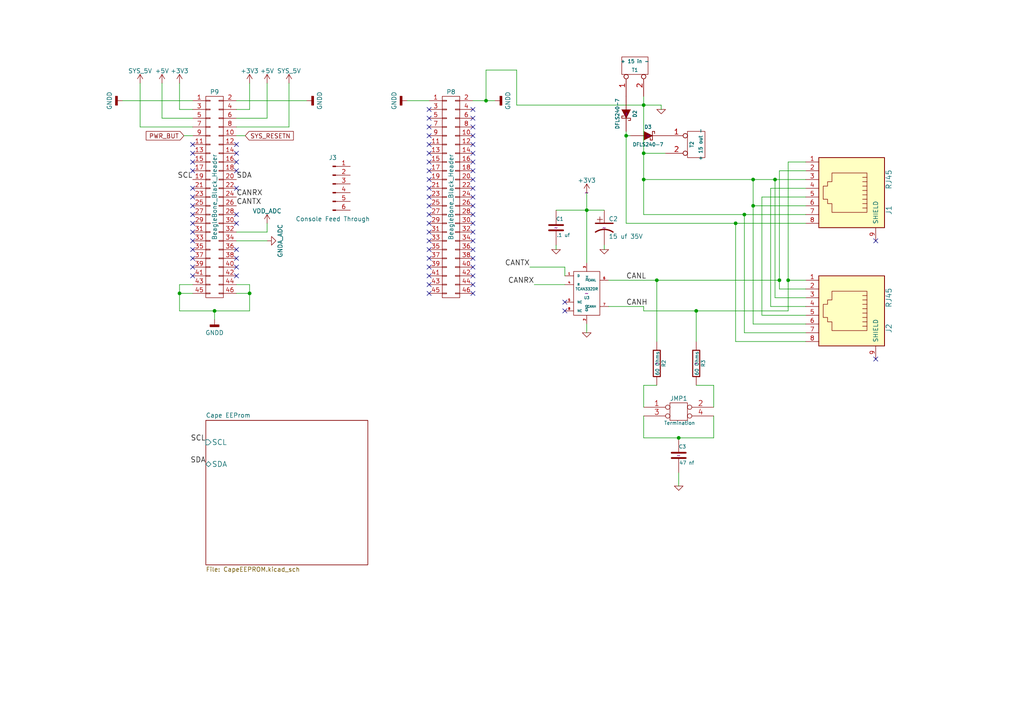
<source format=kicad_sch>
(kicad_sch (version 20211123) (generator eeschema)
  (paper "A4")
  (title_block (date "3 mar 2019"))
  (lib_symbols
    (symbol "LCCCANCape-rescue:+3V3" (power) (pin_names (offset 0))
      (property "Value" "+3V3" (at 0 3.556 0))
      (symbol "+3V3_0_1"
        (polyline (pts (xy -0.762 1.27) (xy 0 2.54)))
        (polyline (pts (xy 0 0) (xy 0 2.54)))
        (polyline (pts (xy 0 2.54) (xy 0.762 1.27)))
      )
      (symbol "+3V3_1_1"
        (pin power_in line (at 0 0 90) (length 0) hide (name "+3V3") (number "1"))
      )
    )
    (symbol "LCCCANCape-rescue:+5V" (power) (pin_names (offset 0))
      (property "Value" "+5V" (at 0 3.556 0))
      (symbol "+5V_0_1"
        (polyline (pts (xy -0.762 1.27) (xy 0 2.54)))
        (polyline (pts (xy 0 0) (xy 0 2.54)))
        (polyline (pts (xy 0 2.54) (xy 0.762 1.27)))
      )
      (symbol "+5V_1_1"
        (pin power_in line (at 0 0 90) (length 0) hide (name "+5V") (number "1"))
      )
    )
    (symbol "LCCCANCape-rescue:BeagleBone_Black_Header" (pin_names (offset 0.0254) hide)
      (property "Reference" "P" (at 0 30.48 0))
      (property "Value" "BeagleBone_Black_Header" (at 0 0 90))
      (symbol "BeagleBone_Black_Header_0_1"
        (rectangle (start -2.54 -27.813) (end -1.27 -28.067))
        (rectangle (start -2.54 -25.273) (end -1.27 -25.527))
        (rectangle (start -2.54 -22.733) (end -1.27 -22.987))
        (rectangle (start -2.54 -20.193) (end -1.27 -20.447))
        (rectangle (start -2.54 -17.653) (end -1.27 -17.907))
        (rectangle (start -2.54 -15.113) (end -1.27 -15.367))
        (rectangle (start -2.54 -12.573) (end -1.27 -12.827))
        (rectangle (start -2.54 -10.033) (end -1.27 -10.287))
        (rectangle (start -2.54 -7.493) (end -1.27 -7.747))
        (rectangle (start -2.54 -4.953) (end -1.27 -5.207))
        (rectangle (start -2.54 -2.413) (end -1.27 -2.667))
        (rectangle (start -2.54 0.127) (end -1.27 -0.127))
        (rectangle (start -2.54 2.667) (end -1.27 2.413))
        (rectangle (start -2.54 5.207) (end -1.27 4.953))
        (rectangle (start -2.54 7.747) (end -1.27 7.493))
        (rectangle (start -2.54 10.287) (end -1.27 10.033))
        (rectangle (start -2.54 12.827) (end -1.27 12.573))
        (rectangle (start -2.54 15.367) (end -1.27 15.113))
        (rectangle (start -2.54 17.907) (end -1.27 17.653))
        (rectangle (start -2.54 20.447) (end -1.27 20.193))
        (rectangle (start -2.54 22.987) (end -1.27 22.733))
        (rectangle (start -2.54 25.527) (end -1.27 25.273))
        (rectangle (start -2.54 28.067) (end -1.27 27.813))
        (rectangle (start -2.54 29.21) (end 2.54 -29.21))
        (rectangle (start 1.27 -27.813) (end 2.54 -28.067))
        (rectangle (start 1.27 -25.273) (end 2.54 -25.527))
        (rectangle (start 1.27 -22.733) (end 2.54 -22.987))
        (rectangle (start 1.27 -20.193) (end 2.54 -20.447))
        (rectangle (start 1.27 -17.653) (end 2.54 -17.907))
        (rectangle (start 1.27 -15.113) (end 2.54 -15.367))
        (rectangle (start 1.27 -12.573) (end 2.54 -12.827))
        (rectangle (start 1.27 -10.033) (end 2.54 -10.287))
        (rectangle (start 1.27 -7.493) (end 2.54 -7.747))
        (rectangle (start 1.27 -4.953) (end 2.54 -5.207))
        (rectangle (start 1.27 -2.413) (end 2.54 -2.667))
        (rectangle (start 1.27 0.127) (end 2.54 -0.127))
        (rectangle (start 1.27 2.667) (end 2.54 2.413))
        (rectangle (start 1.27 5.207) (end 2.54 4.953))
        (rectangle (start 1.27 7.747) (end 2.54 7.493))
        (rectangle (start 1.27 10.287) (end 2.54 10.033))
        (rectangle (start 1.27 12.827) (end 2.54 12.573))
        (rectangle (start 1.27 15.367) (end 2.54 15.113))
        (rectangle (start 1.27 17.907) (end 2.54 17.653))
        (rectangle (start 1.27 20.447) (end 2.54 20.193))
        (rectangle (start 1.27 22.987) (end 2.54 22.733))
        (rectangle (start 1.27 25.527) (end 2.54 25.273))
        (rectangle (start 1.27 28.067) (end 2.54 27.813))
      )
      (symbol "BeagleBone_Black_Header_1_1"
        (pin passive line (at -6.35 27.94 0) (length 3.81) (name "P1") (number "1"))
        (pin passive line (at 6.35 17.78 180) (length 3.81) (name "P10") (number "10"))
        (pin passive line (at -6.35 15.24 0) (length 3.81) (name "P11") (number "11"))
        (pin passive line (at 6.35 15.24 180) (length 3.81) (name "P12") (number "12"))
        (pin passive line (at -6.35 12.7 0) (length 3.81) (name "P13") (number "13"))
        (pin passive line (at 6.35 12.7 180) (length 3.81) (name "P14") (number "14"))
        (pin passive line (at -6.35 10.16 0) (length 3.81) (name "P15") (number "15"))
        (pin passive line (at 6.35 10.16 180) (length 3.81) (name "P16") (number "16"))
        (pin passive line (at -6.35 7.62 0) (length 3.81) (name "P17") (number "17"))
        (pin passive line (at 6.35 7.62 180) (length 3.81) (name "P18") (number "18"))
        (pin passive line (at -6.35 5.08 0) (length 3.81) (name "P19") (number "19"))
        (pin passive line (at 6.35 27.94 180) (length 3.81) (name "P2") (number "2"))
        (pin passive line (at 6.35 5.08 180) (length 3.81) (name "P20") (number "20"))
        (pin passive line (at -6.35 2.54 0) (length 3.81) (name "P21") (number "21"))
        (pin passive line (at 6.35 2.54 180) (length 3.81) (name "P22") (number "22"))
        (pin passive line (at -6.35 0 0) (length 3.81) (name "P23") (number "23"))
        (pin passive line (at 6.35 0 180) (length 3.81) (name "P24") (number "24"))
        (pin passive line (at -6.35 -2.54 0) (length 3.81) (name "P25") (number "25"))
        (pin passive line (at 6.35 -2.54 180) (length 3.81) (name "P26") (number "26"))
        (pin passive line (at -6.35 -5.08 0) (length 3.81) (name "P27") (number "27"))
        (pin passive line (at 6.35 -5.08 180) (length 3.81) (name "P28") (number "28"))
        (pin passive line (at -6.35 -7.62 0) (length 3.81) (name "P29") (number "29"))
        (pin passive line (at -6.35 25.4 0) (length 3.81) (name "P3") (number "3"))
        (pin passive line (at 6.35 -7.62 180) (length 3.81) (name "P30") (number "30"))
        (pin passive line (at -6.35 -10.16 0) (length 3.81) (name "P31") (number "31"))
        (pin passive line (at 6.35 -10.16 180) (length 3.81) (name "P32") (number "32"))
        (pin passive line (at -6.35 -12.7 0) (length 3.81) (name "P33") (number "33"))
        (pin passive line (at 6.35 -12.7 180) (length 3.81) (name "P34") (number "34"))
        (pin passive line (at -6.35 -15.24 0) (length 3.81) (name "P35") (number "35"))
        (pin passive line (at 6.35 -15.24 180) (length 3.81) (name "P36") (number "36"))
        (pin passive line (at -6.35 -17.78 0) (length 3.81) (name "P37") (number "37"))
        (pin passive line (at 6.35 -17.78 180) (length 3.81) (name "P38") (number "38"))
        (pin passive line (at -6.35 -20.32 0) (length 3.81) (name "P39") (number "39"))
        (pin passive line (at 6.35 25.4 180) (length 3.81) (name "P4") (number "4"))
        (pin passive line (at 6.35 -20.32 180) (length 3.81) (name "P40") (number "40"))
        (pin passive line (at -6.35 -22.86 0) (length 3.81) (name "P41") (number "41"))
        (pin passive line (at 6.35 -22.86 180) (length 3.81) (name "P42") (number "42"))
        (pin passive line (at -6.35 -25.4 0) (length 3.81) (name "P43") (number "43"))
        (pin passive line (at 6.35 -25.4 180) (length 3.81) (name "P44") (number "44"))
        (pin passive line (at -6.35 -27.94 0) (length 3.81) (name "P45") (number "45"))
        (pin passive line (at 6.35 -27.94 180) (length 3.81) (name "P46") (number "46"))
        (pin passive line (at -6.35 22.86 0) (length 3.81) (name "P5") (number "5"))
        (pin passive line (at 6.35 22.86 180) (length 3.81) (name "P6") (number "6"))
        (pin passive line (at -6.35 20.32 0) (length 3.81) (name "P7") (number "7"))
        (pin passive line (at 6.35 20.32 180) (length 3.81) (name "P8") (number "8"))
        (pin passive line (at -6.35 17.78 0) (length 3.81) (name "P9") (number "9"))
      )
    )
    (symbol "LCCCANCape-rescue:C-RESCUE-LCCCANCape" (pin_numbers hide) (pin_names (offset 0.254))
      (property "Reference" "C" (at 0 2.54 0))
      (property "Value" "C-RESCUE-LCCCANCape" (at 0.1524 -2.159 0))
      (symbol "C-RESCUE-LCCCANCape_0_1"
        (polyline (pts (xy -2.032 -0.762) (xy 2.032 -0.762)) (stroke (width 0.508)))
        (polyline (pts (xy -2.032 0.762) (xy 2.032 0.762)) (stroke (width 0.508)))
      )
      (symbol "C-RESCUE-LCCCANCape_1_1"
        (pin passive line (at 0 5.08 270) (length 4.318) (name "~") (number "1"))
        (pin passive line (at 0 -5.08 90) (length 4.318) (name "~") (number "2"))
      )
    )
    (symbol "LCCCANCape-rescue:CONN_2" (pin_names (offset 1.016) hide)
      (property "Reference" "P" (at -1.27 0 90))
      (property "Value" "CONN_2" (at 1.27 0 90))
      (symbol "CONN_2_0_1"
        (rectangle (start -2.54 3.81) (end 2.54 -3.81))
      )
      (symbol "CONN_2_1_1"
        (pin passive inverted (at -8.89 2.54 0) (length 6.35) (name "P1") (number "1"))
        (pin passive inverted (at -8.89 -2.54 0) (length 6.35) (name "PM") (number "2"))
      )
    )
    (symbol "LCCCANCape-rescue:CONN_2X2" (pin_names (offset 1.016) hide)
      (property "Reference" "P" (at 0 3.81 0))
      (property "Value" "CONN_2X2" (at 0.254 -3.302 0))
      (symbol "CONN_2X2_0_1"
        (rectangle (start -2.54 2.54) (end 2.54 -2.54))
      )
      (symbol "CONN_2X2_1_1"
        (pin passive inverted (at -10.16 1.27 0) (length 7.62) (name "1") (number "1"))
        (pin passive inverted (at 10.16 1.27 180) (length 7.62) (name "2") (number "2"))
        (pin passive inverted (at -10.16 -1.27 0) (length 7.62) (name "3") (number "3"))
        (pin passive inverted (at 10.16 -1.27 180) (length 7.62) (name "4") (number "4"))
      )
    )
    (symbol "LCCCANCape-rescue:CP1-RESCUE-LCCCANCape" (pin_numbers hide) (pin_names (offset 0.254) hide)
      (property "Reference" "C" (at 1.27 2.54 0))
      (property "Value" "CP1-RESCUE-LCCCANCape" (at 1.27 -2.54 0))
      (symbol "CP1-RESCUE-LCCCANCape_0_0"
        (text "+" (at -1.27 2.54 0) (effects (font (size 2.032 2.032))))
      )
      (symbol "CP1-RESCUE-LCCCANCape_0_1"
        (polyline (pts (xy -2.54 1.27) (xy 2.54 1.27) (xy 1.27 1.27) (xy 1.27 1.27)) (stroke (width 0.381)))
        (arc (start 2.54 -1.27) (mid 0 -0.5009) (end -2.54 -1.27) (stroke (width 0.381)))
      )
      (symbol "CP1-RESCUE-LCCCANCape_1_1"
        (pin passive line (at 0 5.08 270) (length 3.81) (name "~") (number "1"))
        (pin passive line (at 0 -5.08 90) (length 4.572) (name "~") (number "2"))
      )
    )
    (symbol "LCCCANCape-rescue:Conn_01x06_Male" (pin_names (offset 1.016) hide)
      (property "Reference" "J" (at 0 7.62 0))
      (property "Value" "Conn_01x06_Male" (at 0 -10.16 0))
      (symbol "Conn_01x06_Male_1_1"
        (polyline (pts (xy 1.27 -7.62) (xy 0.8636 -7.62)) (stroke (width 0.1524)))
        (polyline (pts (xy 1.27 -5.08) (xy 0.8636 -5.08)) (stroke (width 0.1524)))
        (polyline (pts (xy 1.27 -2.54) (xy 0.8636 -2.54)) (stroke (width 0.1524)))
        (polyline (pts (xy 1.27 0) (xy 0.8636 0)) (stroke (width 0.1524)))
        (polyline (pts (xy 1.27 2.54) (xy 0.8636 2.54)) (stroke (width 0.1524)))
        (polyline (pts (xy 1.27 5.08) (xy 0.8636 5.08)) (stroke (width 0.1524)))
        (rectangle (start 0.8636 -7.493) (end 0 -7.747) (stroke (width 0.1524)) (fill (type outline)))
        (rectangle (start 0.8636 -4.953) (end 0 -5.207) (stroke (width 0.1524)) (fill (type outline)))
        (rectangle (start 0.8636 -2.413) (end 0 -2.667) (stroke (width 0.1524)) (fill (type outline)))
        (rectangle (start 0.8636 0.127) (end 0 -0.127) (stroke (width 0.1524)) (fill (type outline)))
        (rectangle (start 0.8636 2.667) (end 0 2.413) (stroke (width 0.1524)) (fill (type outline)))
        (rectangle (start 0.8636 5.207) (end 0 4.953) (stroke (width 0.1524)) (fill (type outline)))
        (pin passive line (at 5.08 5.08 180) (length 3.81) (name "Pin_1") (number "1"))
        (pin passive line (at 5.08 2.54 180) (length 3.81) (name "Pin_2") (number "2"))
        (pin passive line (at 5.08 0 180) (length 3.81) (name "Pin_3") (number "3"))
        (pin passive line (at 5.08 -2.54 180) (length 3.81) (name "Pin_4") (number "4"))
        (pin passive line (at 5.08 -5.08 180) (length 3.81) (name "Pin_5") (number "5"))
        (pin passive line (at 5.08 -7.62 180) (length 3.81) (name "Pin_6") (number "6"))
      )
    )
    (symbol "LCCCANCape-rescue:DIODESCH" (pin_numbers hide) (pin_names (offset 1.016) hide)
      (property "Reference" "D" (at 0 2.54 0))
      (property "Value" "DIODESCH" (at 0 -2.54 0))
      (symbol "DIODESCH_0_1"
        (polyline (pts (xy -1.27 1.27) (xy 1.27 0) (xy -1.27 -1.27)) (fill (type outline)))
        (polyline (pts (xy 1.905 0.635) (xy 1.905 1.27) (xy 1.27 1.27) (xy 1.27 -1.27) (xy 0.635 -1.27) (xy 0.635 -0.635)) (stroke (width 0.2032)))
      )
      (symbol "DIODESCH_1_1"
        (pin passive line (at -5.08 0 0) (length 3.81) (name "A") (number "1"))
        (pin passive line (at 5.08 0 180) (length 3.81) (name "K") (number "2"))
      )
    )
    (symbol "LCCCANCape-rescue:GND-RESCUE-LCCCANCape" (power) (pin_names (offset 0))
      (symbol "GND-RESCUE-LCCCANCape_0_1"
        (polyline (pts (xy -1.27 0) (xy 0 -1.27) (xy 1.27 0) (xy -1.27 0)))
      )
      (symbol "GND-RESCUE-LCCCANCape_1_1"
        (pin power_in line (at 0 0 90) (length 0) hide (name "GND") (number "1"))
      )
    )
    (symbol "LCCCANCape-rescue:GNDA_ADC" (power) (pin_names (offset 0))
      (property "Value" "GNDA_ADC" (at 0 -3.81 0))
      (symbol "GNDA_ADC_0_1"
        (polyline (pts (xy 0 0) (xy 0 -1.27) (xy 1.27 -1.27) (xy 0 -2.54) (xy -1.27 -1.27) (xy 0 -1.27)))
      )
      (symbol "GNDA_ADC_1_1"
        (pin power_in line (at 0 0 270) (length 0) hide (name "GNDA_ADC") (number "1"))
      )
    )
    (symbol "LCCCANCape-rescue:GNDD" (power) (pin_names (offset 0))
      (property "Value" "GNDD" (at 0 -3.175 0))
      (symbol "GNDD_0_1"
        (rectangle (start -1.27 -1.524) (end 1.27 -2.032) (stroke (width 0.254)) (fill (type outline)))
        (polyline (pts (xy 0 0) (xy 0 -1.524)))
      )
      (symbol "GNDD_1_1"
        (pin power_in line (at 0 0 270) (length 0) hide (name "GNDD") (number "1"))
      )
    )
    (symbol "LCCCANCape-rescue:R-RESCUE-LCCCANCape" (pin_numbers hide) (pin_names (offset 0))
      (property "Reference" "R" (at 2.032 0 90))
      (property "Value" "R-RESCUE-LCCCANCape" (at 0.1778 0.0254 90))
      (symbol "R-RESCUE-LCCCANCape_0_1"
        (rectangle (start -1.016 3.81) (end 1.016 -3.81) (stroke (width 0.3048)))
      )
      (symbol "R-RESCUE-LCCCANCape_1_1"
        (pin passive line (at 0 6.35 270) (length 2.54) (name "~") (number "1"))
        (pin passive line (at 0 -6.35 90) (length 2.54) (name "~") (number "2"))
      )
    )
    (symbol "LCCCANCape-rescue:RJ45" (pin_names (offset 1.016))
      (property "Reference" "J" (at 5.08 12.7 0))
      (property "Value" "RJ45" (at -3.81 12.7 0))
      (symbol "RJ45_0_1"
        (rectangle (start -10.16 -7.62) (end 10.16 11.43) (stroke (width 0.254)) (fill (type background)))
        (polyline (pts (xy -4.445 5.08) (xy -4.445 6.35) (xy -4.445 6.35)))
        (polyline (pts (xy -3.175 6.35) (xy -3.175 5.08) (xy -3.175 5.08)))
        (polyline (pts (xy -1.905 6.35) (xy -1.905 5.08) (xy -1.905 5.08)))
        (polyline (pts (xy -0.635 6.35) (xy -0.635 5.08) (xy -0.635 5.08)))
        (polyline (pts (xy 0.635 6.35) (xy 0.635 5.08) (xy 0.635 5.08)))
        (polyline (pts (xy 1.905 6.35) (xy 1.905 5.08) (xy 1.905 5.08)))
        (polyline (pts (xy 3.175 5.08) (xy 3.175 6.35) (xy 3.175 6.35)))
        (polyline (pts (xy 4.445 5.08) (xy 4.445 6.35) (xy 4.445 6.35)))
        (polyline (pts (xy -5.715 6.35) (xy 5.715 6.35) (xy 5.715 -3.81) (xy 3.175 -3.81) (xy 3.175 -5.08) (xy 1.905 -5.08) (xy 1.905 -6.35) (xy -1.905 -6.35) (xy -1.905 -5.08) (xy -3.175 -5.08) (xy -3.175 -3.81) (xy -5.715 -3.81) (xy -5.715 6.35) (xy -5.715 6.35)))
      )
      (symbol "RJ45_1_1"
        (pin passive line (at -8.89 -11.43 90) (length 3.81) (name "~") (number "1"))
        (pin passive line (at -6.35 -11.43 90) (length 3.81) (name "~") (number "2"))
        (pin passive line (at -3.81 -11.43 90) (length 3.81) (name "~") (number "3"))
        (pin passive line (at -1.27 -11.43 90) (length 3.81) (name "~") (number "4"))
        (pin passive line (at 1.27 -11.43 90) (length 3.81) (name "~") (number "5"))
        (pin passive line (at 3.81 -11.43 90) (length 3.81) (name "~") (number "6"))
        (pin passive line (at 6.35 -11.43 90) (length 3.81) (name "~") (number "7"))
        (pin passive line (at 8.89 -11.43 90) (length 3.81) (name "~") (number "8"))
        (pin passive line (at 13.97 8.89 180) (length 3.81) (name "SHIELD") (number "9"))
      )
    )
    (symbol "LCCCANCape-rescue:SYS_5V" (power) (pin_names (offset 0))
      (property "Value" "SYS_5V" (at 0 3.556 0))
      (symbol "SYS_5V_0_1"
        (polyline (pts (xy -0.762 1.27) (xy 0 2.54)))
        (polyline (pts (xy 0 0) (xy 0 2.54)))
        (polyline (pts (xy 0 2.54) (xy 0.762 1.27)))
      )
      (symbol "SYS_5V_1_1"
        (pin power_in line (at 0 0 90) (length 0) hide (name "SYS_5V") (number "1"))
      )
    )
    (symbol "LCCCANCape-rescue:TCAN332DR" (pin_names (offset 1.016))
      (property "Reference" "U" (at 0 -1.27 0))
      (property "Value" "TCAN332DR" (at 0 1.27 0))
      (symbol "TCAN332DR_0_1"
        (rectangle (start -3.81 6.35) (end 3.81 -6.35))
      )
      (symbol "TCAN332DR_1_1"
        (pin input line (at -6.35 5.08 0) (length 2.54) (name "D") (number "1"))
        (pin power_in line (at 0 -8.89 90) (length 2.54) (name "GND") (number "2"))
        (pin power_in line (at 0 8.89 270) (length 2.54) (name "Vcc") (number "3"))
        (pin output line (at -6.35 2.54 0) (length 2.54) (name "R") (number "4"))
        (pin input line (at -6.35 -2.54 0) (length 2.54) (name "NC") (number "5"))
        (pin bidirectional line (at 6.35 3.81 180) (length 2.54) (name "CANL") (number "6"))
        (pin bidirectional line (at 6.35 -3.81 180) (length 2.54) (name "CANH") (number "7"))
        (pin input line (at -6.35 -5.08 0) (length 2.54) (name "NC") (number "8"))
      )
    )
    (symbol "LCCCANCape-rescue:VDD_ADC" (power) (pin_names (offset 0))
      (property "Value" "VDD_ADC" (at 0 3.556 0))
      (symbol "VDD_ADC_0_1"
        (polyline (pts (xy -0.762 1.27) (xy 0 2.54)))
        (polyline (pts (xy 0 0) (xy 0 2.54)))
        (polyline (pts (xy 0 2.54) (xy 0.762 1.27)))
      )
      (symbol "VDD_ADC_1_1"
        (pin power_in line (at 0 0 90) (length 0) hide (name "VDD_ADC") (number "1"))
      )
    )
  )
  (junction (at 218.44 52.07))
  (junction (at 196.85 127))
  (junction (at 181.61 39.37))
  (junction (at 170.18 60.96))
  (junction (at 186.69 52.07))
  (junction (at 228.6 81.28))
  (junction (at 213.36 64.77))
  (junction (at 186.69 44.45))
  (junction (at 224.79 52.07))
  (junction (at 190.5 81.28))
  (junction (at 201.93 90.17))
  (junction (at 186.69 30.48))
  (junction (at 52.07 85.09))
  (junction (at 226.06 81.28))
  (junction (at 62.23 90.17))
  (junction (at 72.39 85.09))
  (junction (at 215.9 62.23))
  (junction (at 140.97 29.21))
  (junction (at 218.44 59.69))
  (no_connect (at 55.88 80.01))
  (no_connect (at 55.88 41.91))
  (no_connect (at 137.16 64.77))
  (no_connect (at 55.88 69.85))
  (no_connect (at 137.16 77.47))
  (no_connect (at 124.46 46.99))
  (no_connect (at 137.16 36.83))
  (no_connect (at 124.46 82.55))
  (no_connect (at 137.16 74.93))
  (no_connect (at 68.58 41.91))
  (no_connect (at 124.46 80.01))
  (no_connect (at 254 104.14))
  (no_connect (at 137.16 46.99))
  (no_connect (at 68.58 44.45))
  (no_connect (at 124.46 64.77))
  (no_connect (at 55.88 59.69))
  (no_connect (at 163.83 87.63))
  (no_connect (at 55.88 46.99))
  (no_connect (at 124.46 34.29))
  (no_connect (at 124.46 39.37))
  (no_connect (at 68.58 77.47))
  (no_connect (at 137.16 72.39))
  (no_connect (at 137.16 41.91))
  (no_connect (at 124.46 77.47))
  (no_connect (at 68.58 46.99))
  (no_connect (at 137.16 39.37))
  (no_connect (at 68.58 72.39))
  (no_connect (at 68.58 64.77))
  (no_connect (at 55.88 64.77))
  (no_connect (at 137.16 49.53))
  (no_connect (at 55.88 74.93))
  (no_connect (at 55.88 72.39))
  (no_connect (at 124.46 69.85))
  (no_connect (at 137.16 54.61))
  (no_connect (at 137.16 82.55))
  (no_connect (at 124.46 41.91))
  (no_connect (at 163.83 90.17))
  (no_connect (at 124.46 52.07))
  (no_connect (at 124.46 57.15))
  (no_connect (at 68.58 49.53))
  (no_connect (at 68.58 54.61))
  (no_connect (at 55.88 77.47))
  (no_connect (at 124.46 67.31))
  (no_connect (at 124.46 49.53))
  (no_connect (at 55.88 57.15))
  (no_connect (at 137.16 52.07))
  (no_connect (at 124.46 74.93))
  (no_connect (at 137.16 62.23))
  (no_connect (at 137.16 69.85))
  (no_connect (at 124.46 36.83))
  (no_connect (at 137.16 67.31))
  (no_connect (at 55.88 49.53))
  (no_connect (at 137.16 57.15))
  (no_connect (at 55.88 54.61))
  (no_connect (at 124.46 72.39))
  (no_connect (at 124.46 59.69))
  (no_connect (at 124.46 85.09))
  (no_connect (at 68.58 62.23))
  (no_connect (at 55.88 44.45))
  (no_connect (at 137.16 80.01))
  (no_connect (at 124.46 54.61))
  (no_connect (at 124.46 44.45))
  (no_connect (at 137.16 44.45))
  (no_connect (at 137.16 85.09))
  (no_connect (at 68.58 74.93))
  (no_connect (at 254 69.85))
  (no_connect (at 137.16 31.75))
  (no_connect (at 55.88 67.31))
  (no_connect (at 137.16 34.29))
  (no_connect (at 137.16 59.69))
  (no_connect (at 55.88 62.23))
  (no_connect (at 124.46 31.75))
  (no_connect (at 68.58 80.01))
  (no_connect (at 124.46 62.23))
  (wire (pts (xy 190.5 111.76) (xy 186.69 111.76)))
  (wire (pts (xy 149.86 30.48) (xy 186.69 30.48)))
  (wire (pts (xy 140.97 29.21) (xy 143.51 29.21)))
  (wire (pts (xy 186.69 27.94) (xy 186.69 30.48)))
  (wire (pts (xy 186.69 52.07) (xy 186.69 62.23)))
  (wire (pts (xy 55.88 34.29) (xy 46.99 34.29)))
  (wire (pts (xy 55.88 31.75) (xy 52.07 31.75)))
  (wire (pts (xy 163.83 80.01) (xy 163.83 77.47)))
  (wire (pts (xy 201.93 99.06) (xy 201.93 90.17)))
  (wire (pts (xy 55.88 39.37) (xy 53.34 39.37)))
  (wire (pts (xy 161.29 71.12) (xy 161.29 72.39)))
  (wire (pts (xy 55.88 85.09) (xy 52.07 85.09)))
  (wire (pts (xy 186.69 62.23) (xy 215.9 62.23)))
  (wire (pts (xy 186.69 111.76) (xy 186.69 118.11)))
  (wire (pts (xy 223.52 54.61) (xy 223.52 88.9)))
  (wire (pts (xy 218.44 52.07) (xy 218.44 59.69)))
  (wire (pts (xy 233.68 49.53) (xy 226.06 49.53)))
  (wire (pts (xy 62.23 92.71) (xy 62.23 90.17)))
  (wire (pts (xy 228.6 90.17) (xy 201.93 90.17)))
  (wire (pts (xy 46.99 34.29) (xy 46.99 24.13)))
  (wire (pts (xy 68.58 34.29) (xy 77.47 34.29)))
  (wire (pts (xy 62.23 90.17) (xy 52.07 90.17)))
  (wire (pts (xy 233.68 59.69) (xy 218.44 59.69)))
  (wire (pts (xy 68.58 39.37) (xy 71.12 39.37)))
  (wire (pts (xy 77.47 67.31) (xy 77.47 64.77)))
  (wire (pts (xy 163.83 82.55) (xy 154.94 82.55)))
  (wire (pts (xy 83.82 36.83) (xy 68.58 36.83)))
  (wire (pts (xy 186.69 30.48) (xy 186.69 44.45)))
  (wire (pts (xy 196.85 137.16) (xy 196.85 140.97)))
  (wire (pts (xy 72.39 31.75) (xy 72.39 24.13)))
  (wire (pts (xy 220.98 91.44) (xy 220.98 57.15)))
  (wire (pts (xy 176.53 88.9) (xy 186.69 88.9)))
  (wire (pts (xy 181.61 38.1) (xy 181.61 39.37)))
  (wire (pts (xy 186.69 127) (xy 196.85 127)))
  (wire (pts (xy 207.01 111.76) (xy 207.01 118.11)))
  (wire (pts (xy 218.44 93.98) (xy 233.68 93.98)))
  (wire (pts (xy 170.18 60.96) (xy 170.18 76.2)))
  (wire (pts (xy 181.61 64.77) (xy 213.36 64.77)))
  (wire (pts (xy 233.68 46.99) (xy 228.6 46.99)))
  (wire (pts (xy 233.68 96.52) (xy 215.9 96.52)))
  (wire (pts (xy 77.47 34.29) (xy 77.47 24.13)))
  (wire (pts (xy 233.68 86.36) (xy 224.79 86.36)))
  (wire (pts (xy 175.26 71.12) (xy 175.26 72.39)))
  (wire (pts (xy 218.44 52.07) (xy 224.79 52.07)))
  (wire (pts (xy 233.68 91.44) (xy 220.98 91.44)))
  (wire (pts (xy 161.29 60.96) (xy 170.18 60.96)))
  (wire (pts (xy 223.52 88.9) (xy 233.68 88.9)))
  (wire (pts (xy 68.58 31.75) (xy 72.39 31.75)))
  (wire (pts (xy 224.79 52.07) (xy 233.68 52.07)))
  (wire (pts (xy 226.06 83.82) (xy 233.68 83.82)))
  (wire (pts (xy 186.69 44.45) (xy 186.69 52.07)))
  (wire (pts (xy 52.07 82.55) (xy 55.88 82.55)))
  (wire (pts (xy 186.69 52.07) (xy 218.44 52.07)))
  (wire (pts (xy 190.5 81.28) (xy 226.06 81.28)))
  (wire (pts (xy 196.85 127) (xy 207.01 127)))
  (wire (pts (xy 228.6 46.99) (xy 228.6 81.28)))
  (wire (pts (xy 68.58 69.85) (xy 77.47 69.85)))
  (wire (pts (xy 218.44 59.69) (xy 218.44 93.98)))
  (wire (pts (xy 191.77 30.48) (xy 191.77 31.75)))
  (wire (pts (xy 176.53 81.28) (xy 190.5 81.28)))
  (wire (pts (xy 181.61 39.37) (xy 181.61 64.77)))
  (wire (pts (xy 213.36 64.77) (xy 213.36 99.06)))
  (wire (pts (xy 233.68 54.61) (xy 223.52 54.61)))
  (wire (pts (xy 228.6 81.28) (xy 233.68 81.28)))
  (wire (pts (xy 72.39 90.17) (xy 62.23 90.17)))
  (wire (pts (xy 52.07 90.17) (xy 52.07 85.09)))
  (wire (pts (xy 226.06 81.28) (xy 226.06 83.82)))
  (wire (pts (xy 182.88 39.37) (xy 181.61 39.37)))
  (wire (pts (xy 52.07 31.75) (xy 52.07 24.13)))
  (wire (pts (xy 207.01 127) (xy 207.01 120.65)))
  (wire (pts (xy 186.69 30.48) (xy 191.77 30.48)))
  (wire (pts (xy 149.86 30.48) (xy 149.86 20.32)))
  (wire (pts (xy 201.93 111.76) (xy 207.01 111.76)))
  (wire (pts (xy 68.58 67.31) (xy 77.47 67.31)))
  (wire (pts (xy 137.16 29.21) (xy 140.97 29.21)))
  (wire (pts (xy 220.98 57.15) (xy 233.68 57.15)))
  (wire (pts (xy 226.06 49.53) (xy 226.06 81.28)))
  (wire (pts (xy 170.18 55.88) (xy 170.18 60.96)))
  (wire (pts (xy 52.07 85.09) (xy 52.07 82.55)))
  (wire (pts (xy 55.88 29.21) (xy 35.56 29.21)))
  (wire (pts (xy 72.39 85.09) (xy 72.39 90.17)))
  (wire (pts (xy 186.69 44.45) (xy 193.04 44.45)))
  (wire (pts (xy 215.9 96.52) (xy 215.9 62.23)))
  (wire (pts (xy 186.69 120.65) (xy 186.69 127)))
  (wire (pts (xy 201.93 90.17) (xy 186.69 90.17)))
  (wire (pts (xy 40.64 36.83) (xy 40.64 24.13)))
  (wire (pts (xy 213.36 64.77) (xy 233.68 64.77)))
  (wire (pts (xy 55.88 36.83) (xy 40.64 36.83)))
  (wire (pts (xy 163.83 77.47) (xy 153.67 77.47)))
  (wire (pts (xy 68.58 29.21) (xy 88.9 29.21)))
  (wire (pts (xy 68.58 85.09) (xy 72.39 85.09)))
  (wire (pts (xy 215.9 62.23) (xy 233.68 62.23)))
  (wire (pts (xy 72.39 82.55) (xy 72.39 85.09)))
  (wire (pts (xy 68.58 82.55) (xy 72.39 82.55)))
  (wire (pts (xy 186.69 88.9) (xy 186.69 90.17)))
  (wire (pts (xy 170.18 60.96) (xy 175.26 60.96)))
  (wire (pts (xy 213.36 99.06) (xy 233.68 99.06)))
  (wire (pts (xy 228.6 81.28) (xy 228.6 90.17)))
  (wire (pts (xy 118.11 29.21) (xy 124.46 29.21)))
  (wire (pts (xy 224.79 86.36) (xy 224.79 52.07)))
  (wire (pts (xy 149.86 20.32) (xy 140.97 20.32)))
  (wire (pts (xy 140.97 20.32) (xy 140.97 29.21)))
  (wire (pts (xy 170.18 93.98) (xy 170.18 96.52)))
  (wire (pts (xy 190.5 99.06) (xy 190.5 81.28)))
  (wire (pts (xy 83.82 24.13) (xy 83.82 36.83)))
  (label "CANTX" (at 153.67 77.47 180) (effects (font (size 1.524 1.524))))
  (label "SDA" (at 59.69 134.62 180) (effects (font (size 1.524 1.524))))
  (label "CANH" (at 181.61 88.9 0) (effects (font (size 1.524 1.524))))
  (label "CANTX" (at 68.58 59.69 0) (effects (font (size 1.524 1.524))))
  (label "SDA" (at 68.58 52.07 0) (effects (font (size 1.524 1.524))))
  (label "CANL" (at 181.61 81.28 0) (effects (font (size 1.524 1.524))))
  (label "CANRX" (at 154.94 82.55 180) (effects (font (size 1.524 1.524))))
  (label "SCL" (at 55.88 52.07 180) (effects (font (size 1.524 1.524))))
  (label "CANRX" (at 68.58 57.15 0) (effects (font (size 1.524 1.524))))
  (label "SCL" (at 59.69 128.27 180) (effects (font (size 1.524 1.524))))
  (global_label "SYS_RESETN" (shape input) (at 71.12 39.37 0) (property "Intersheet References" "${INTERSHEET_REFS}" (effects hide)))
  (global_label "PWR_BUT" (shape input) (at 53.34 39.37 180) (property "Intersheet References" "${INTERSHEET_REFS}" (effects hide)))
  (symbol (lib_id "LCCCANCape-rescue:GNDD") (at 62.23 92.71 0) (unit 1)
    (property "Reference" "#PWR01" (effects hide))
    (property "Value" "GNDD" (at 62.23 96.52 0))
  )
  (symbol (lib_id "LCCCANCape-rescue:GNDD") (at 88.9 29.21 90) (unit 1)
    (property "Reference" "#PWR02" (effects hide))
    (property "Value" "GNDD" (at 92.71 29.21 0))
  )
  (symbol (lib_id "LCCCANCape-rescue:GNDD") (at 35.56 29.21 270) (unit 1)
    (property "Reference" "#PWR03" (effects hide))
    (property "Value" "GNDD" (at 31.75 29.21 0))
  )
  (symbol (lib_id "LCCCANCape-rescue:GNDD") (at 118.11 29.21 270) (unit 1)
    (property "Reference" "#PWR04" (effects hide))
    (property "Value" "GNDD" (at 114.3 29.21 0))
  )
  (symbol (lib_id "LCCCANCape-rescue:GNDD") (at 143.51 29.21 90) (unit 1)
    (property "Reference" "#PWR05" (effects hide))
    (property "Value" "GNDD" (at 147.32 29.21 0))
  )
  (symbol (lib_id "LCCCANCape-rescue:+3V3") (at 72.39 24.13 0) (unit 1)
    (property "Reference" "#PWR06" (effects hide))
    (property "Value" "+3V3" (at 72.39 20.574 0))
  )
  (symbol (lib_id "LCCCANCape-rescue:+5V") (at 77.47 24.13 0) (unit 1)
    (property "Reference" "#PWR07" (effects hide))
    (property "Value" "+5V" (at 77.47 20.574 0))
  )
  (symbol (lib_id "LCCCANCape-rescue:+3V3") (at 52.07 24.13 0) (unit 1)
    (property "Reference" "#PWR08" (effects hide))
    (property "Value" "+3V3" (at 52.07 20.574 0))
  )
  (symbol (lib_id "LCCCANCape-rescue:+5V") (at 46.99 24.13 0) (unit 1)
    (property "Reference" "#PWR09" (effects hide))
    (property "Value" "+5V" (at 46.99 20.574 0))
  )
  (symbol (lib_id "LCCCANCape-rescue:SYS_5V") (at 83.82 24.13 0) (unit 1)
    (property "Reference" "#PWR010" (effects hide))
    (property "Value" "SYS_5V" (at 83.82 20.574 0))
  )
  (symbol (lib_id "LCCCANCape-rescue:SYS_5V") (at 40.64 24.13 0) (unit 1)
    (property "Reference" "#PWR011" (effects hide))
    (property "Value" "SYS_5V" (at 40.64 20.574 0))
  )
  (symbol (lib_id "LCCCANCape-rescue:VDD_ADC") (at 77.47 64.77 0) (unit 1)
    (property "Reference" "#PWR012" (effects hide))
    (property "Value" "VDD_ADC" (at 77.47 61.214 0))
  )
  (symbol (lib_id "LCCCANCape-rescue:GNDA_ADC") (at 77.47 69.85 90) (unit 1)
    (property "Reference" "#PWR013" (effects hide))
    (property "Value" "GNDA_ADC" (at 81.28 69.85 0))
  )
  (symbol (lib_id "LCCCANCape-rescue:BeagleBone_Black_Header") (at 62.23 57.15 0) (unit 1)
    (property "Reference" "P9" (at 62.23 26.67 0))
    (property "Value" "BeagleBone_Black_Header" (at 62.23 57.15 90))
    (property "Footprint" "Socket_BeagleBone_Black:Socket_BeagleBone_Black" (effects hide))
    (property "Mouser Part Number" "538-10-89-7460 " (effects hide))
  )
  (symbol (lib_id "LCCCANCape-rescue:BeagleBone_Black_Header") (at 130.81 57.15 0) (unit 1)
    (property "Reference" "P8" (at 130.81 26.67 0))
    (property "Value" "BeagleBone_Black_Header" (at 130.81 57.15 90))
    (property "Footprint" "Socket_BeagleBone_Black:Socket_BeagleBone_Black" (effects hide))
    (property "Mouser Part Number" "538-10-89-7460 " (effects hide))
  )
  (symbol (lib_id "LCCCANCape-rescue:RJ45") (at 245.11 55.88 270) (unit 1)
    (property "Reference" "J1" (at 257.81 60.96 0) (effects (font (size 1.524 1.524))))
    (property "Value" "RJ45" (at 257.81 52.07 0) (effects (font (size 1.524 1.524))))
    (property "Footprint" "RJ45-8N-S:RJ45_8N-S" (effects hide))
    (property "Mouser Part Number" "710-615008144221" (effects hide))
  )
  (symbol (lib_id "LCCCANCape-rescue:RJ45") (at 245.11 90.17 270) (unit 1)
    (property "Reference" "J2" (at 257.81 95.25 0) (effects (font (size 1.524 1.524))))
    (property "Value" "RJ45" (at 257.81 86.36 0) (effects (font (size 1.524 1.524))))
    (property "Footprint" "RJ45-8N-S:RJ45_8N-S" (effects hide))
    (property "Mouser Part Number" "710-615008144221" (effects hide))
  )
  (symbol (lib_id "LCCCANCape-rescue:CONN_2") (at 184.15 19.05 90) (unit 1)
    (property "Reference" "T1" (at 184.15 20.32 90) (effects (font (size 1.016 1.016))))
    (property "Value" "+ 15 in -" (at 184.15 17.78 90) (effects (font (size 1.016 1.016))))
    (property "Footprint" "Connectors_Terminal_Blocks:TerminalBlock_Pheonix_MPT-2.54mm_2pol" (effects hide))
    (property "Mouser Part Number" "651-1725656" (effects hide))
  )
  (symbol (lib_id "LCCCANCape-rescue:CONN_2") (at 201.93 41.91 0) (unit 1)
    (property "Reference" "T2" (at 200.66 41.91 90) (effects (font (size 1.016 1.016))))
    (property "Value" "+ 15 out -" (at 203.2 41.91 90) (effects (font (size 1.016 1.016))))
    (property "Footprint" "Connectors_Terminal_Blocks:TerminalBlock_Pheonix_MPT-2.54mm_2pol" (effects hide))
    (property "Mouser Part Number" "651-1725656" (effects hide))
  )
  (symbol (lib_id "LCCCANCape-rescue:DIODESCH") (at 181.61 33.02 270) (unit 1)
    (property "Reference" "D2" (at 184.15 33.02 0) (effects (font (size 1.016 1.016))))
    (property "Value" "DFLS240-7" (at 179.07 33.02 0) (effects (font (size 1.016 1.016))))
    (property "Footprint" "Diodes_SMD:D_PowerDI-123" (effects hide))
    (property "Datasheet" "~" (at 181.61 33.02 0) (effects (font (size 1.524 1.524))))
    (property "Mouser Part Number" "621-DFLS240-7" (effects hide))
  )
  (symbol (lib_id "LCCCANCape-rescue:GND-RESCUE-LCCCANCape") (at 191.77 31.75 0) (unit 1)
    (property "Reference" "#PWR014" (effects hide))
    (property "Value" "GND" (effects hide))
  )
  (symbol (lib_id "LCCCANCape-rescue:CP1-RESCUE-LCCCANCape") (at 175.26 66.04 0) (unit 1)
    (property "Reference" "C2" (at 176.53 63.5 0) (effects (justify left)))
    (property "Value" "15 uf 35V" (at 176.53 68.58 0) (effects (justify left)))
    (property "Footprint" "Capacitors_SMD:CP_Elec_4x5.7" (effects hide))
    (property "Datasheet" "~" (at 175.26 66.04 0) (effects (font (size 1.524 1.524))))
    (property "Mouser Part Number" "647-UUD1C150MCL" (effects hide))
  )
  (symbol (lib_id "LCCCANCape-rescue:C-RESCUE-LCCCANCape") (at 161.29 66.04 0) (unit 1)
    (property "Reference" "C1" (at 161.29 63.5 0) (effects (font (size 1.016 1.016)) (justify left)))
    (property "Value" ".1 uf" (at 161.4424 68.199 0) (effects (font (size 1.016 1.016)) (justify left)))
    (property "Footprint" "Capacitors_SMD:C_0603" (effects hide))
    (property "Datasheet" "~" (at 161.29 66.04 0) (effects (font (size 1.524 1.524))))
    (property "Mouser Part Number" "710-885012206095" (effects hide))
  )
  (symbol (lib_id "LCCCANCape-rescue:GND-RESCUE-LCCCANCape") (at 161.29 72.39 0) (unit 1)
    (property "Reference" "#PWR015" (effects hide))
    (property "Value" "GND" (effects hide))
  )
  (symbol (lib_id "LCCCANCape-rescue:GND-RESCUE-LCCCANCape") (at 175.26 72.39 0) (unit 1)
    (property "Reference" "#PWR016" (effects hide))
    (property "Value" "GND" (effects hide))
  )
  (symbol (lib_id "LCCCANCape-rescue:GND-RESCUE-LCCCANCape") (at 170.18 96.52 0) (unit 1)
    (property "Reference" "#PWR017" (effects hide))
    (property "Value" "GND" (effects hide))
  )
  (symbol (lib_id "LCCCANCape-rescue:R-RESCUE-LCCCANCape") (at 190.5 105.41 0) (unit 1)
    (property "Reference" "R2" (at 192.532 105.41 90) (effects (font (size 1.016 1.016))))
    (property "Value" "60 Ohms" (at 190.6778 105.3846 90) (effects (font (size 1.016 1.016))))
    (property "Footprint" "Resistors_SMD:R_1206" (effects hide))
    (property "Datasheet" "~" (at 190.5 105.41 0) (effects (font (size 0.762 0.762))))
    (property "Mouser Part Number" "71-CRCW120660R0KNAIF" (effects hide))
  )
  (symbol (lib_id "LCCCANCape-rescue:R-RESCUE-LCCCANCape") (at 201.93 105.41 0) (unit 1)
    (property "Reference" "R3" (at 203.962 105.41 90) (effects (font (size 1.016 1.016))))
    (property "Value" "60 Ohms" (at 202.1078 105.3846 90) (effects (font (size 1.016 1.016))))
    (property "Footprint" "Resistors_SMD:R_1206" (effects hide))
    (property "Datasheet" "~" (at 201.93 105.41 0) (effects (font (size 0.762 0.762))))
    (property "Mouser Part Number" "71-CRCW120660R0KNAIF" (effects hide))
  )
  (symbol (lib_id "LCCCANCape-rescue:CONN_2X2") (at 196.85 119.38 0) (unit 1)
    (property "Reference" "JMP1" (at 196.85 115.57 0))
    (property "Value" "Termination" (at 197.104 122.682 0) (effects (font (size 1.016 1.016))))
    (property "Footprint" "Pin_Headers:Pin_Header_Straight_2x02_Pitch2.54mm" (effects hide))
    (property "Mouser Part Number" "649-67997-404HLF" (effects hide))
  )
  (symbol (lib_id "LCCCANCape-rescue:C-RESCUE-LCCCANCape") (at 196.85 132.08 0) (unit 1)
    (property "Reference" "C3" (at 196.85 129.54 0) (effects (font (size 1.016 1.016)) (justify left)))
    (property "Value" "47 nf" (at 197.0024 134.239 0) (effects (font (size 1.016 1.016)) (justify left)))
    (property "Footprint" "Capacitors_SMD:C_0603" (effects hide))
    (property "Datasheet" "~" (at 196.85 132.08 0) (effects (font (size 1.524 1.524))))
    (property "Mouser Part Number" "710-885012206093" (effects hide))
  )
  (symbol (lib_id "LCCCANCape-rescue:GND-RESCUE-LCCCANCape") (at 196.85 140.97 0) (unit 1)
    (property "Reference" "#PWR018" (effects hide))
    (property "Value" "GND" (effects hide))
  )
  (symbol (lib_id "LCCCANCape-rescue:DIODESCH") (at 187.96 39.37 0) (unit 1)
    (property "Reference" "D3" (at 187.96 36.83 0) (effects (font (size 1.016 1.016))))
    (property "Value" "DFLS240-7" (at 187.96 41.91 0) (effects (font (size 1.016 1.016))))
    (property "Footprint" "Diodes_SMD:D_PowerDI-123" (effects hide))
    (property "Datasheet" "~" (at 187.96 39.37 0) (effects (font (size 1.524 1.524))))
    (property "Mouser Part Number" "621-DFLS240-7" (effects hide))
  )
  (symbol (lib_id "LCCCANCape-rescue:+3V3") (at 170.18 55.88 0) (unit 1)
    (property "Reference" "#PWR019" (effects hide))
    (property "Value" "+3V3" (at 170.18 52.324 0))
    (property "Footprint" "~" (at 170.18 55.88 0) (effects (font (size 1.524 1.524))))
    (property "Datasheet" "~" (at 170.18 55.88 0) (effects (font (size 1.524 1.524))))
  )
  (symbol (lib_id "LCCCANCape-rescue:TCAN332DR") (at 170.18 85.09 0) (unit 1)
    (property "Reference" "U3" (at 170.18 86.36 0) (effects (font (size 0.762 0.762))))
    (property "Value" "TCAN332DR" (at 170.18 83.82 0) (effects (font (size 0.762 0.762))))
    (property "Footprint" "Housings_SOIC:SOIC-8_3.9x4.9mm_Pitch1.27mm" (effects hide))
    (property "Datasheet" "~" (at 170.18 85.09 0) (effects (font (size 1.524 1.524))))
    (property "Mouser Part Number" "595-TCAN332DR" (effects hide))
  )
  (symbol (lib_id "LCCCANCape-rescue:Conn_01x06_Male") (at 96.52 53.34 0) (unit 1)
    (property "Reference" "J3" (at 96.52 45.72 0))
    (property "Value" "Console Feed Through" (at 96.52 63.5 0))
    (property "Footprint" "Pin_Headers:Pin_Header_Straight_1x06_Pitch2.54mm" (effects hide))
    (property "Description" "1x6 pos stacking header" (effects hide))
    (property "Sparkfun Part Number" "PRT-09280" (effects hide))
  )
  (sheet (at 59.69 121.92) (size 46.99 41.91)
    (property "Sheet name" "Cape EEProm" (at 59.69 121.2084 0) (effects (justify left bottom)))
    (property "Sheet file" "CapeEEPROM.kicad_sch" (at 59.69 164.4146 0) (effects (justify left top)))
    (pin "SCL" input (at 59.69 128.27 180) (effects (font (size 1.524 1.524))))
    (pin "SDA" bidirectional (at 59.69 134.62 180) (effects (font (size 1.524 1.524))))
  )
)
</source>
